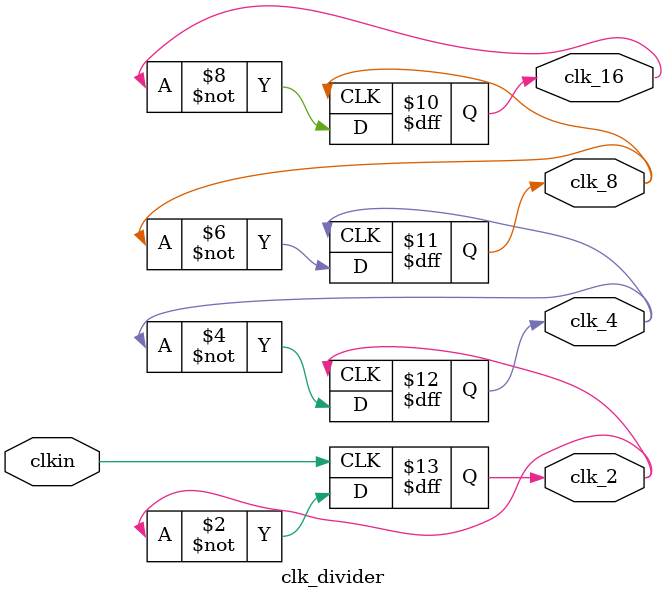
<source format=v>
module clk_divider (clkin , clk_2 , clk_4 , clk_8 , clk_16);

input clkin;
output reg clk_2 , clk_4 , clk_8 , clk_16;

initial 
begin
    clk_2 = 0;
    clk_4 = 0;
    clk_8 = 0;
    clk_16 = 0;
end

always @ (posedge clkin)
clk_2 <= ~clk_2;

always @ (posedge clk_2)
clk_4 <= ~clk_4;

always @ (posedge clk_4)
clk_8 <= ~clk_8;

always @ (posedge clk_8)
clk_16 <= ~clk_16;


endmodule
</source>
